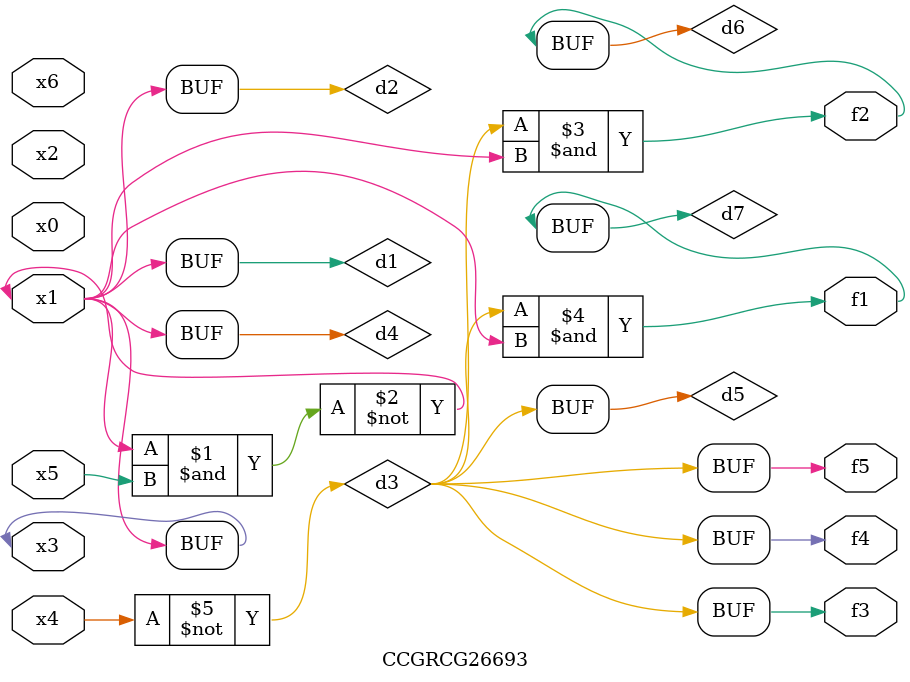
<source format=v>
module CCGRCG26693(
	input x0, x1, x2, x3, x4, x5, x6,
	output f1, f2, f3, f4, f5
);

	wire d1, d2, d3, d4, d5, d6, d7;

	buf (d1, x1, x3);
	nand (d2, x1, x5);
	not (d3, x4);
	buf (d4, d1, d2);
	buf (d5, d3);
	and (d6, d3, d4);
	and (d7, d3, d4);
	assign f1 = d7;
	assign f2 = d6;
	assign f3 = d5;
	assign f4 = d5;
	assign f5 = d5;
endmodule

</source>
